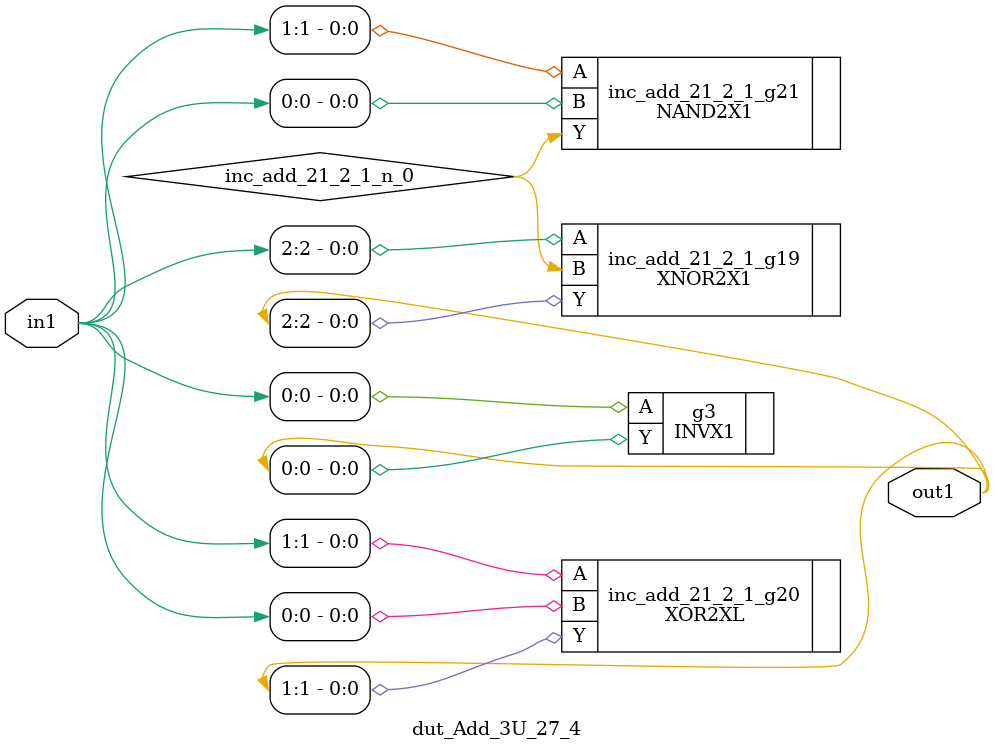
<source format=v>
`timescale 1ps / 1ps


module dut_Add_3U_27_4(in1, out1);
  input [2:0] in1;
  output [2:0] out1;
  wire [2:0] in1;
  wire [2:0] out1;
  wire inc_add_21_2_1_n_0;
  INVX1 g3(.A (in1[0]), .Y (out1[0]));
  XNOR2X1 inc_add_21_2_1_g19(.A (in1[2]), .B (inc_add_21_2_1_n_0), .Y
       (out1[2]));
  XOR2XL inc_add_21_2_1_g20(.A (in1[1]), .B (in1[0]), .Y (out1[1]));
  NAND2X1 inc_add_21_2_1_g21(.A (in1[1]), .B (in1[0]), .Y
       (inc_add_21_2_1_n_0));
endmodule



</source>
